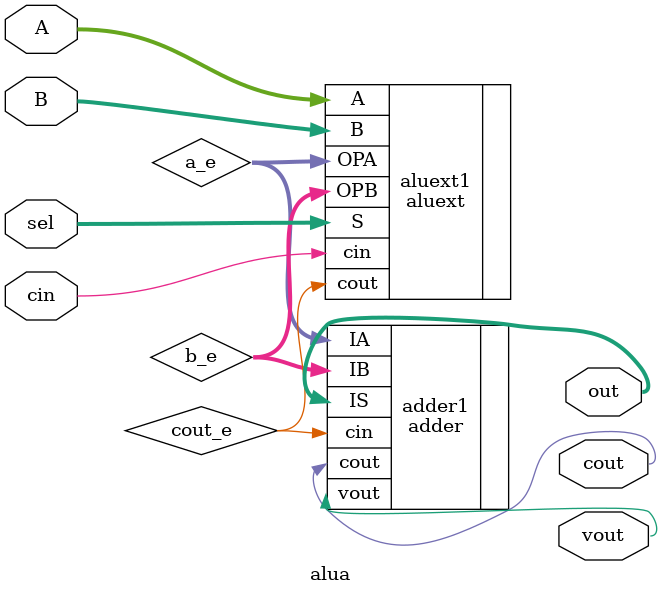
<source format=sv>
module alua (
    input   logic   [7:0]   A,      // 8 bit value A input
    input   logic   [7:0]   B,      // 8 bit value B input
    input   logic   [1:0]   sel,    // 2 bit input selector
	input   logic		    cin,    // 1 bit carry in input
    output  logic   [7:0]   out,    // 8 bit result output
    output  logic           vout,   // 1 bit overflow output
    output  logic           cout    // 1 bit carry out output
);

    logic [7:0] a_e;    // 8 bit aluext A output
    logic [7:0] b_e;    // 8 bit aluext B output
	logic       cout_e; // 1 bit carry in

    //aluext instance
    aluext aluext1(
        .A(A), 
        .B(B), 
        .S(sel),
		.cin(cin),
        .OPA(a_e), 
        .OPB(b_e), 
        .cout(cout_e)
    );

    // adder instance
    adder adder1(
        .IA(a_e), 
        .IB(b_e), 
        .cin(cout_e), 
        .IS(out), 
        .cout(cout), 
        .vout(vout) 
    );
	
endmodule 
</source>
